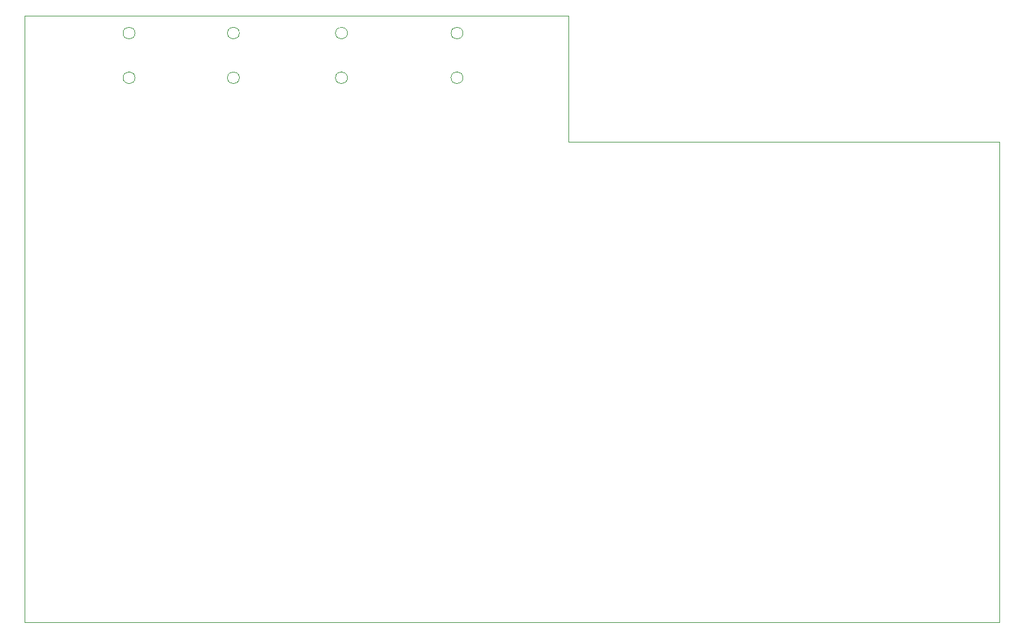
<source format=gm1>
G04 #@! TF.GenerationSoftware,KiCad,Pcbnew,8.0.1*
G04 #@! TF.CreationDate,2025-03-27T22:51:35-07:00*
G04 #@! TF.ProjectId,minidexed,6d696e69-6465-4786-9564-2e6b69636164,rev?*
G04 #@! TF.SameCoordinates,Original*
G04 #@! TF.FileFunction,Profile,NP*
%FSLAX46Y46*%
G04 Gerber Fmt 4.6, Leading zero omitted, Abs format (unit mm)*
G04 Created by KiCad (PCBNEW 8.0.1) date 2025-03-27 22:51:35*
%MOMM*%
%LPD*%
G01*
G04 APERTURE LIST*
G04 #@! TA.AperFunction,Profile*
%ADD10C,0.100000*%
G04 #@! TD*
G04 #@! TA.AperFunction,Profile*
%ADD11C,0.120000*%
G04 #@! TD*
G04 APERTURE END LIST*
D10*
X225250000Y-76000000D02*
X225250000Y-140500000D01*
X94500000Y-140500000D02*
X94500000Y-59000000D01*
X167500000Y-76000000D02*
X225250000Y-76000000D01*
X225250000Y-140500000D02*
X94500000Y-140500000D01*
X94500000Y-59000000D02*
X167500000Y-59000000D01*
X167500000Y-59000000D02*
X167500000Y-76000000D01*
D11*
X109300000Y-67350000D02*
G75*
G02*
X107700000Y-67350000I-800000J0D01*
G01*
X107700000Y-67350000D02*
G75*
G02*
X109300000Y-67350000I800000J0D01*
G01*
X109300000Y-61350000D02*
G75*
G02*
X107700000Y-61350000I-800000J0D01*
G01*
X107700000Y-61350000D02*
G75*
G02*
X109300000Y-61350000I800000J0D01*
G01*
X123300000Y-67350000D02*
G75*
G02*
X121700000Y-67350000I-800000J0D01*
G01*
X121700000Y-67350000D02*
G75*
G02*
X123300000Y-67350000I800000J0D01*
G01*
X123300000Y-61350000D02*
G75*
G02*
X121700000Y-61350000I-800000J0D01*
G01*
X121700000Y-61350000D02*
G75*
G02*
X123300000Y-61350000I800000J0D01*
G01*
X137800000Y-67350000D02*
G75*
G02*
X136200000Y-67350000I-800000J0D01*
G01*
X136200000Y-67350000D02*
G75*
G02*
X137800000Y-67350000I800000J0D01*
G01*
X137800000Y-61350000D02*
G75*
G02*
X136200000Y-61350000I-800000J0D01*
G01*
X136200000Y-61350000D02*
G75*
G02*
X137800000Y-61350000I800000J0D01*
G01*
X153300000Y-61350000D02*
G75*
G02*
X151700000Y-61350000I-800000J0D01*
G01*
X151700000Y-61350000D02*
G75*
G02*
X153300000Y-61350000I800000J0D01*
G01*
X153300000Y-67350000D02*
G75*
G02*
X151700000Y-67350000I-800000J0D01*
G01*
X151700000Y-67350000D02*
G75*
G02*
X153300000Y-67350000I800000J0D01*
G01*
M02*

</source>
